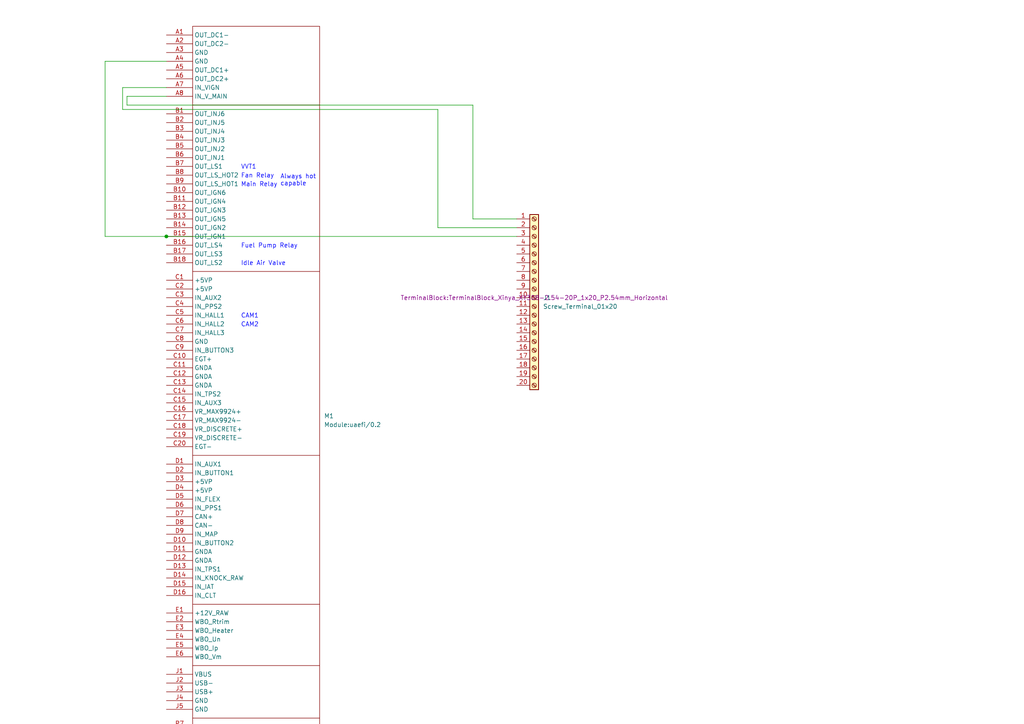
<source format=kicad_sch>
(kicad_sch
	(version 20250114)
	(generator "eeschema")
	(generator_version "9.0")
	(uuid "7ee6042d-6104-478a-998f-600dea895646")
	(paper "A4")
	(lib_symbols
		(symbol "Connector:Screw_Terminal_01x20"
			(pin_names
				(offset 1.016)
				(hide yes)
			)
			(exclude_from_sim no)
			(in_bom yes)
			(on_board yes)
			(property "Reference" "J"
				(at 0 25.4 0)
				(effects
					(font
						(size 1.27 1.27)
					)
				)
			)
			(property "Value" "Screw_Terminal_01x20"
				(at 0 -27.94 0)
				(effects
					(font
						(size 1.27 1.27)
					)
				)
			)
			(property "Footprint" ""
				(at 0 0 0)
				(effects
					(font
						(size 1.27 1.27)
					)
					(hide yes)
				)
			)
			(property "Datasheet" "~"
				(at 0 0 0)
				(effects
					(font
						(size 1.27 1.27)
					)
					(hide yes)
				)
			)
			(property "Description" "Generic screw terminal, single row, 01x20, script generated (kicad-library-utils/schlib/autogen/connector/)"
				(at 0 0 0)
				(effects
					(font
						(size 1.27 1.27)
					)
					(hide yes)
				)
			)
			(property "ki_keywords" "screw terminal"
				(at 0 0 0)
				(effects
					(font
						(size 1.27 1.27)
					)
					(hide yes)
				)
			)
			(property "ki_fp_filters" "TerminalBlock*:*"
				(at 0 0 0)
				(effects
					(font
						(size 1.27 1.27)
					)
					(hide yes)
				)
			)
			(symbol "Screw_Terminal_01x20_1_1"
				(rectangle
					(start -1.27 24.13)
					(end 1.27 -26.67)
					(stroke
						(width 0.254)
						(type default)
					)
					(fill
						(type background)
					)
				)
				(polyline
					(pts
						(xy -0.5334 23.1902) (xy 0.3302 22.352)
					)
					(stroke
						(width 0.1524)
						(type default)
					)
					(fill
						(type none)
					)
				)
				(polyline
					(pts
						(xy -0.5334 20.6502) (xy 0.3302 19.812)
					)
					(stroke
						(width 0.1524)
						(type default)
					)
					(fill
						(type none)
					)
				)
				(polyline
					(pts
						(xy -0.5334 18.1102) (xy 0.3302 17.272)
					)
					(stroke
						(width 0.1524)
						(type default)
					)
					(fill
						(type none)
					)
				)
				(polyline
					(pts
						(xy -0.5334 15.5702) (xy 0.3302 14.732)
					)
					(stroke
						(width 0.1524)
						(type default)
					)
					(fill
						(type none)
					)
				)
				(polyline
					(pts
						(xy -0.5334 13.0302) (xy 0.3302 12.192)
					)
					(stroke
						(width 0.1524)
						(type default)
					)
					(fill
						(type none)
					)
				)
				(polyline
					(pts
						(xy -0.5334 10.4902) (xy 0.3302 9.652)
					)
					(stroke
						(width 0.1524)
						(type default)
					)
					(fill
						(type none)
					)
				)
				(polyline
					(pts
						(xy -0.5334 7.9502) (xy 0.3302 7.112)
					)
					(stroke
						(width 0.1524)
						(type default)
					)
					(fill
						(type none)
					)
				)
				(polyline
					(pts
						(xy -0.5334 5.4102) (xy 0.3302 4.572)
					)
					(stroke
						(width 0.1524)
						(type default)
					)
					(fill
						(type none)
					)
				)
				(polyline
					(pts
						(xy -0.5334 2.8702) (xy 0.3302 2.032)
					)
					(stroke
						(width 0.1524)
						(type default)
					)
					(fill
						(type none)
					)
				)
				(polyline
					(pts
						(xy -0.5334 0.3302) (xy 0.3302 -0.508)
					)
					(stroke
						(width 0.1524)
						(type default)
					)
					(fill
						(type none)
					)
				)
				(polyline
					(pts
						(xy -0.5334 -2.2098) (xy 0.3302 -3.048)
					)
					(stroke
						(width 0.1524)
						(type default)
					)
					(fill
						(type none)
					)
				)
				(polyline
					(pts
						(xy -0.5334 -4.7498) (xy 0.3302 -5.588)
					)
					(stroke
						(width 0.1524)
						(type default)
					)
					(fill
						(type none)
					)
				)
				(polyline
					(pts
						(xy -0.5334 -7.2898) (xy 0.3302 -8.128)
					)
					(stroke
						(width 0.1524)
						(type default)
					)
					(fill
						(type none)
					)
				)
				(polyline
					(pts
						(xy -0.5334 -9.8298) (xy 0.3302 -10.668)
					)
					(stroke
						(width 0.1524)
						(type default)
					)
					(fill
						(type none)
					)
				)
				(polyline
					(pts
						(xy -0.5334 -12.3698) (xy 0.3302 -13.208)
					)
					(stroke
						(width 0.1524)
						(type default)
					)
					(fill
						(type none)
					)
				)
				(polyline
					(pts
						(xy -0.5334 -14.9098) (xy 0.3302 -15.748)
					)
					(stroke
						(width 0.1524)
						(type default)
					)
					(fill
						(type none)
					)
				)
				(polyline
					(pts
						(xy -0.5334 -17.4498) (xy 0.3302 -18.288)
					)
					(stroke
						(width 0.1524)
						(type default)
					)
					(fill
						(type none)
					)
				)
				(polyline
					(pts
						(xy -0.5334 -19.9898) (xy 0.3302 -20.828)
					)
					(stroke
						(width 0.1524)
						(type default)
					)
					(fill
						(type none)
					)
				)
				(polyline
					(pts
						(xy -0.5334 -22.5298) (xy 0.3302 -23.368)
					)
					(stroke
						(width 0.1524)
						(type default)
					)
					(fill
						(type none)
					)
				)
				(polyline
					(pts
						(xy -0.5334 -25.0698) (xy 0.3302 -25.908)
					)
					(stroke
						(width 0.1524)
						(type default)
					)
					(fill
						(type none)
					)
				)
				(polyline
					(pts
						(xy -0.3556 23.368) (xy 0.508 22.5298)
					)
					(stroke
						(width 0.1524)
						(type default)
					)
					(fill
						(type none)
					)
				)
				(polyline
					(pts
						(xy -0.3556 20.828) (xy 0.508 19.9898)
					)
					(stroke
						(width 0.1524)
						(type default)
					)
					(fill
						(type none)
					)
				)
				(polyline
					(pts
						(xy -0.3556 18.288) (xy 0.508 17.4498)
					)
					(stroke
						(width 0.1524)
						(type default)
					)
					(fill
						(type none)
					)
				)
				(polyline
					(pts
						(xy -0.3556 15.748) (xy 0.508 14.9098)
					)
					(stroke
						(width 0.1524)
						(type default)
					)
					(fill
						(type none)
					)
				)
				(polyline
					(pts
						(xy -0.3556 13.208) (xy 0.508 12.3698)
					)
					(stroke
						(width 0.1524)
						(type default)
					)
					(fill
						(type none)
					)
				)
				(polyline
					(pts
						(xy -0.3556 10.668) (xy 0.508 9.8298)
					)
					(stroke
						(width 0.1524)
						(type default)
					)
					(fill
						(type none)
					)
				)
				(polyline
					(pts
						(xy -0.3556 8.128) (xy 0.508 7.2898)
					)
					(stroke
						(width 0.1524)
						(type default)
					)
					(fill
						(type none)
					)
				)
				(polyline
					(pts
						(xy -0.3556 5.588) (xy 0.508 4.7498)
					)
					(stroke
						(width 0.1524)
						(type default)
					)
					(fill
						(type none)
					)
				)
				(polyline
					(pts
						(xy -0.3556 3.048) (xy 0.508 2.2098)
					)
					(stroke
						(width 0.1524)
						(type default)
					)
					(fill
						(type none)
					)
				)
				(polyline
					(pts
						(xy -0.3556 0.508) (xy 0.508 -0.3302)
					)
					(stroke
						(width 0.1524)
						(type default)
					)
					(fill
						(type none)
					)
				)
				(polyline
					(pts
						(xy -0.3556 -2.032) (xy 0.508 -2.8702)
					)
					(stroke
						(width 0.1524)
						(type default)
					)
					(fill
						(type none)
					)
				)
				(polyline
					(pts
						(xy -0.3556 -4.572) (xy 0.508 -5.4102)
					)
					(stroke
						(width 0.1524)
						(type default)
					)
					(fill
						(type none)
					)
				)
				(polyline
					(pts
						(xy -0.3556 -7.112) (xy 0.508 -7.9502)
					)
					(stroke
						(width 0.1524)
						(type default)
					)
					(fill
						(type none)
					)
				)
				(polyline
					(pts
						(xy -0.3556 -9.652) (xy 0.508 -10.4902)
					)
					(stroke
						(width 0.1524)
						(type default)
					)
					(fill
						(type none)
					)
				)
				(polyline
					(pts
						(xy -0.3556 -12.192) (xy 0.508 -13.0302)
					)
					(stroke
						(width 0.1524)
						(type default)
					)
					(fill
						(type none)
					)
				)
				(polyline
					(pts
						(xy -0.3556 -14.732) (xy 0.508 -15.5702)
					)
					(stroke
						(width 0.1524)
						(type default)
					)
					(fill
						(type none)
					)
				)
				(polyline
					(pts
						(xy -0.3556 -17.272) (xy 0.508 -18.1102)
					)
					(stroke
						(width 0.1524)
						(type default)
					)
					(fill
						(type none)
					)
				)
				(polyline
					(pts
						(xy -0.3556 -19.812) (xy 0.508 -20.6502)
					)
					(stroke
						(width 0.1524)
						(type default)
					)
					(fill
						(type none)
					)
				)
				(polyline
					(pts
						(xy -0.3556 -22.352) (xy 0.508 -23.1902)
					)
					(stroke
						(width 0.1524)
						(type default)
					)
					(fill
						(type none)
					)
				)
				(polyline
					(pts
						(xy -0.3556 -24.892) (xy 0.508 -25.7302)
					)
					(stroke
						(width 0.1524)
						(type default)
					)
					(fill
						(type none)
					)
				)
				(circle
					(center 0 22.86)
					(radius 0.635)
					(stroke
						(width 0.1524)
						(type default)
					)
					(fill
						(type none)
					)
				)
				(circle
					(center 0 20.32)
					(radius 0.635)
					(stroke
						(width 0.1524)
						(type default)
					)
					(fill
						(type none)
					)
				)
				(circle
					(center 0 17.78)
					(radius 0.635)
					(stroke
						(width 0.1524)
						(type default)
					)
					(fill
						(type none)
					)
				)
				(circle
					(center 0 15.24)
					(radius 0.635)
					(stroke
						(width 0.1524)
						(type default)
					)
					(fill
						(type none)
					)
				)
				(circle
					(center 0 12.7)
					(radius 0.635)
					(stroke
						(width 0.1524)
						(type default)
					)
					(fill
						(type none)
					)
				)
				(circle
					(center 0 10.16)
					(radius 0.635)
					(stroke
						(width 0.1524)
						(type default)
					)
					(fill
						(type none)
					)
				)
				(circle
					(center 0 7.62)
					(radius 0.635)
					(stroke
						(width 0.1524)
						(type default)
					)
					(fill
						(type none)
					)
				)
				(circle
					(center 0 5.08)
					(radius 0.635)
					(stroke
						(width 0.1524)
						(type default)
					)
					(fill
						(type none)
					)
				)
				(circle
					(center 0 2.54)
					(radius 0.635)
					(stroke
						(width 0.1524)
						(type default)
					)
					(fill
						(type none)
					)
				)
				(circle
					(center 0 0)
					(radius 0.635)
					(stroke
						(width 0.1524)
						(type default)
					)
					(fill
						(type none)
					)
				)
				(circle
					(center 0 -2.54)
					(radius 0.635)
					(stroke
						(width 0.1524)
						(type default)
					)
					(fill
						(type none)
					)
				)
				(circle
					(center 0 -5.08)
					(radius 0.635)
					(stroke
						(width 0.1524)
						(type default)
					)
					(fill
						(type none)
					)
				)
				(circle
					(center 0 -7.62)
					(radius 0.635)
					(stroke
						(width 0.1524)
						(type default)
					)
					(fill
						(type none)
					)
				)
				(circle
					(center 0 -10.16)
					(radius 0.635)
					(stroke
						(width 0.1524)
						(type default)
					)
					(fill
						(type none)
					)
				)
				(circle
					(center 0 -12.7)
					(radius 0.635)
					(stroke
						(width 0.1524)
						(type default)
					)
					(fill
						(type none)
					)
				)
				(circle
					(center 0 -15.24)
					(radius 0.635)
					(stroke
						(width 0.1524)
						(type default)
					)
					(fill
						(type none)
					)
				)
				(circle
					(center 0 -17.78)
					(radius 0.635)
					(stroke
						(width 0.1524)
						(type default)
					)
					(fill
						(type none)
					)
				)
				(circle
					(center 0 -20.32)
					(radius 0.635)
					(stroke
						(width 0.1524)
						(type default)
					)
					(fill
						(type none)
					)
				)
				(circle
					(center 0 -22.86)
					(radius 0.635)
					(stroke
						(width 0.1524)
						(type default)
					)
					(fill
						(type none)
					)
				)
				(circle
					(center 0 -25.4)
					(radius 0.635)
					(stroke
						(width 0.1524)
						(type default)
					)
					(fill
						(type none)
					)
				)
				(pin passive line
					(at -5.08 22.86 0)
					(length 3.81)
					(name "Pin_1"
						(effects
							(font
								(size 1.27 1.27)
							)
						)
					)
					(number "1"
						(effects
							(font
								(size 1.27 1.27)
							)
						)
					)
				)
				(pin passive line
					(at -5.08 20.32 0)
					(length 3.81)
					(name "Pin_2"
						(effects
							(font
								(size 1.27 1.27)
							)
						)
					)
					(number "2"
						(effects
							(font
								(size 1.27 1.27)
							)
						)
					)
				)
				(pin passive line
					(at -5.08 17.78 0)
					(length 3.81)
					(name "Pin_3"
						(effects
							(font
								(size 1.27 1.27)
							)
						)
					)
					(number "3"
						(effects
							(font
								(size 1.27 1.27)
							)
						)
					)
				)
				(pin passive line
					(at -5.08 15.24 0)
					(length 3.81)
					(name "Pin_4"
						(effects
							(font
								(size 1.27 1.27)
							)
						)
					)
					(number "4"
						(effects
							(font
								(size 1.27 1.27)
							)
						)
					)
				)
				(pin passive line
					(at -5.08 12.7 0)
					(length 3.81)
					(name "Pin_5"
						(effects
							(font
								(size 1.27 1.27)
							)
						)
					)
					(number "5"
						(effects
							(font
								(size 1.27 1.27)
							)
						)
					)
				)
				(pin passive line
					(at -5.08 10.16 0)
					(length 3.81)
					(name "Pin_6"
						(effects
							(font
								(size 1.27 1.27)
							)
						)
					)
					(number "6"
						(effects
							(font
								(size 1.27 1.27)
							)
						)
					)
				)
				(pin passive line
					(at -5.08 7.62 0)
					(length 3.81)
					(name "Pin_7"
						(effects
							(font
								(size 1.27 1.27)
							)
						)
					)
					(number "7"
						(effects
							(font
								(size 1.27 1.27)
							)
						)
					)
				)
				(pin passive line
					(at -5.08 5.08 0)
					(length 3.81)
					(name "Pin_8"
						(effects
							(font
								(size 1.27 1.27)
							)
						)
					)
					(number "8"
						(effects
							(font
								(size 1.27 1.27)
							)
						)
					)
				)
				(pin passive line
					(at -5.08 2.54 0)
					(length 3.81)
					(name "Pin_9"
						(effects
							(font
								(size 1.27 1.27)
							)
						)
					)
					(number "9"
						(effects
							(font
								(size 1.27 1.27)
							)
						)
					)
				)
				(pin passive line
					(at -5.08 0 0)
					(length 3.81)
					(name "Pin_10"
						(effects
							(font
								(size 1.27 1.27)
							)
						)
					)
					(number "10"
						(effects
							(font
								(size 1.27 1.27)
							)
						)
					)
				)
				(pin passive line
					(at -5.08 -2.54 0)
					(length 3.81)
					(name "Pin_11"
						(effects
							(font
								(size 1.27 1.27)
							)
						)
					)
					(number "11"
						(effects
							(font
								(size 1.27 1.27)
							)
						)
					)
				)
				(pin passive line
					(at -5.08 -5.08 0)
					(length 3.81)
					(name "Pin_12"
						(effects
							(font
								(size 1.27 1.27)
							)
						)
					)
					(number "12"
						(effects
							(font
								(size 1.27 1.27)
							)
						)
					)
				)
				(pin passive line
					(at -5.08 -7.62 0)
					(length 3.81)
					(name "Pin_13"
						(effects
							(font
								(size 1.27 1.27)
							)
						)
					)
					(number "13"
						(effects
							(font
								(size 1.27 1.27)
							)
						)
					)
				)
				(pin passive line
					(at -5.08 -10.16 0)
					(length 3.81)
					(name "Pin_14"
						(effects
							(font
								(size 1.27 1.27)
							)
						)
					)
					(number "14"
						(effects
							(font
								(size 1.27 1.27)
							)
						)
					)
				)
				(pin passive line
					(at -5.08 -12.7 0)
					(length 3.81)
					(name "Pin_15"
						(effects
							(font
								(size 1.27 1.27)
							)
						)
					)
					(number "15"
						(effects
							(font
								(size 1.27 1.27)
							)
						)
					)
				)
				(pin passive line
					(at -5.08 -15.24 0)
					(length 3.81)
					(name "Pin_16"
						(effects
							(font
								(size 1.27 1.27)
							)
						)
					)
					(number "16"
						(effects
							(font
								(size 1.27 1.27)
							)
						)
					)
				)
				(pin passive line
					(at -5.08 -17.78 0)
					(length 3.81)
					(name "Pin_17"
						(effects
							(font
								(size 1.27 1.27)
							)
						)
					)
					(number "17"
						(effects
							(font
								(size 1.27 1.27)
							)
						)
					)
				)
				(pin passive line
					(at -5.08 -20.32 0)
					(length 3.81)
					(name "Pin_18"
						(effects
							(font
								(size 1.27 1.27)
							)
						)
					)
					(number "18"
						(effects
							(font
								(size 1.27 1.27)
							)
						)
					)
				)
				(pin passive line
					(at -5.08 -22.86 0)
					(length 3.81)
					(name "Pin_19"
						(effects
							(font
								(size 1.27 1.27)
							)
						)
					)
					(number "19"
						(effects
							(font
								(size 1.27 1.27)
							)
						)
					)
				)
				(pin passive line
					(at -5.08 -25.4 0)
					(length 3.81)
					(name "Pin_20"
						(effects
							(font
								(size 1.27 1.27)
							)
						)
					)
					(number "20"
						(effects
							(font
								(size 1.27 1.27)
							)
						)
					)
				)
			)
			(embedded_fonts no)
		)
		(symbol "uaefi:Module-uaefi-0.2"
			(exclude_from_sim no)
			(in_bom yes)
			(on_board yes)
			(property "Reference" "M"
				(at 10.16 5.08 0)
				(effects
					(font
						(size 1.27 1.27)
					)
				)
			)
			(property "Value" "Module:uaefi/0.2"
				(at 16.51 -227.33 0)
				(effects
					(font
						(size 1.27 1.27)
					)
				)
			)
			(property "Footprint" "hellen-one-uaefi-0.2:uaefi"
				(at 21.59 -227.33 0)
				(effects
					(font
						(size 1.27 1.27)
					)
					(hide yes)
				)
			)
			(property "Datasheet" ""
				(at 0 0 0)
				(effects
					(font
						(size 1.27 1.27)
					)
					(hide yes)
				)
			)
			(property "Description" ""
				(at 0 0 0)
				(effects
					(font
						(size 1.27 1.27)
					)
					(hide yes)
				)
			)
			(symbol "Module-uaefi-0.2_0_1"
				(rectangle
					(start 7.62 2.54)
					(end 44.45 -226.06)
					(stroke
						(width 0)
						(type default)
					)
					(fill
						(type none)
					)
				)
				(polyline
					(pts
						(xy 7.62 -20.32) (xy 44.45 -20.32)
					)
					(stroke
						(width 0)
						(type default)
					)
					(fill
						(type none)
					)
				)
				(polyline
					(pts
						(xy 7.62 -68.58) (xy 44.45 -68.58)
					)
					(stroke
						(width 0)
						(type default)
					)
					(fill
						(type none)
					)
				)
				(polyline
					(pts
						(xy 7.62 -121.92) (xy 44.45 -121.92)
					)
					(stroke
						(width 0)
						(type default)
					)
					(fill
						(type none)
					)
				)
				(polyline
					(pts
						(xy 7.62 -165.1) (xy 44.45 -165.1)
					)
					(stroke
						(width 0)
						(type default)
					)
					(fill
						(type none)
					)
				)
				(polyline
					(pts
						(xy 7.62 -182.88) (xy 44.45 -182.88)
					)
					(stroke
						(width 0)
						(type default)
					)
					(fill
						(type none)
					)
				)
				(polyline
					(pts
						(xy 7.62 -198.12) (xy 44.45 -198.12)
					)
					(stroke
						(width 0)
						(type default)
					)
					(fill
						(type none)
					)
				)
				(polyline
					(pts
						(xy 7.62 -205.74) (xy 44.45 -205.74)
					)
					(stroke
						(width 0)
						(type default)
					)
					(fill
						(type none)
					)
				)
				(polyline
					(pts
						(xy 7.62 -213.36) (xy 44.45 -213.36)
					)
					(stroke
						(width 0)
						(type default)
					)
					(fill
						(type none)
					)
				)
			)
			(symbol "Module-uaefi-0.2_1_0"
				(pin passive line
					(at 0 -106.68 0)
					(length 7.62)
					(name "IN_AUX3"
						(effects
							(font
								(size 1.27 1.27)
							)
						)
					)
					(number "C15"
						(effects
							(font
								(size 1.27 1.27)
							)
						)
					)
				)
				(pin passive line
					(at 0 -109.22 0)
					(length 7.62)
					(name "VR_MAX9924+"
						(effects
							(font
								(size 1.27 1.27)
							)
						)
					)
					(number "C16"
						(effects
							(font
								(size 1.27 1.27)
							)
						)
					)
				)
				(pin passive line
					(at 0 -111.76 0)
					(length 7.62)
					(name "VR_MAX9924-"
						(effects
							(font
								(size 1.27 1.27)
							)
						)
					)
					(number "C17"
						(effects
							(font
								(size 1.27 1.27)
							)
						)
					)
				)
				(pin passive line
					(at 0 -114.3 0)
					(length 7.62)
					(name "VR_DISCRETE+"
						(effects
							(font
								(size 1.27 1.27)
							)
						)
					)
					(number "C18"
						(effects
							(font
								(size 1.27 1.27)
							)
						)
					)
				)
				(pin passive line
					(at 0 -116.84 0)
					(length 7.62)
					(name "VR_DISCRETE-"
						(effects
							(font
								(size 1.27 1.27)
							)
						)
					)
					(number "C19"
						(effects
							(font
								(size 1.27 1.27)
							)
						)
					)
				)
				(pin passive line
					(at 0 -119.38 0)
					(length 7.62)
					(name "EGT-"
						(effects
							(font
								(size 1.27 1.27)
							)
						)
					)
					(number "C20"
						(effects
							(font
								(size 1.27 1.27)
							)
						)
					)
				)
				(pin passive line
					(at 0 -124.46 0)
					(length 7.62)
					(name "IN_AUX1"
						(effects
							(font
								(size 1.27 1.27)
							)
						)
					)
					(number "D1"
						(effects
							(font
								(size 1.27 1.27)
							)
						)
					)
				)
				(pin passive line
					(at 0 -127 0)
					(length 7.62)
					(name "IN_BUTTON1"
						(effects
							(font
								(size 1.27 1.27)
							)
						)
					)
					(number "D2"
						(effects
							(font
								(size 1.27 1.27)
							)
						)
					)
				)
				(pin passive line
					(at 0 -129.54 0)
					(length 7.62)
					(name "+5VP"
						(effects
							(font
								(size 1.27 1.27)
							)
						)
					)
					(number "D3"
						(effects
							(font
								(size 1.27 1.27)
							)
						)
					)
				)
				(pin passive line
					(at 0 -132.08 0)
					(length 7.62)
					(name "+5VP"
						(effects
							(font
								(size 1.27 1.27)
							)
						)
					)
					(number "D4"
						(effects
							(font
								(size 1.27 1.27)
							)
						)
					)
				)
				(pin passive line
					(at 0 -134.62 0)
					(length 7.62)
					(name "IN_FLEX"
						(effects
							(font
								(size 1.27 1.27)
							)
						)
					)
					(number "D5"
						(effects
							(font
								(size 1.27 1.27)
							)
						)
					)
				)
				(pin passive line
					(at 0 -137.16 0)
					(length 7.62)
					(name "IN_PPS1"
						(effects
							(font
								(size 1.27 1.27)
							)
						)
					)
					(number "D6"
						(effects
							(font
								(size 1.27 1.27)
							)
						)
					)
				)
				(pin passive line
					(at 0 -139.7 0)
					(length 7.62)
					(name "CAN+"
						(effects
							(font
								(size 1.27 1.27)
							)
						)
					)
					(number "D7"
						(effects
							(font
								(size 1.27 1.27)
							)
						)
					)
				)
				(pin passive line
					(at 0 -142.24 0)
					(length 7.62)
					(name "CAN-"
						(effects
							(font
								(size 1.27 1.27)
							)
						)
					)
					(number "D8"
						(effects
							(font
								(size 1.27 1.27)
							)
						)
					)
				)
				(pin passive line
					(at 0 -144.78 0)
					(length 7.62)
					(name "IN_MAP"
						(effects
							(font
								(size 1.27 1.27)
							)
						)
					)
					(number "D9"
						(effects
							(font
								(size 1.27 1.27)
							)
						)
					)
				)
				(pin passive line
					(at 0 -147.32 0)
					(length 7.62)
					(name "IN_BUTTON2"
						(effects
							(font
								(size 1.27 1.27)
							)
						)
					)
					(number "D10"
						(effects
							(font
								(size 1.27 1.27)
							)
						)
					)
				)
				(pin passive line
					(at 0 -149.86 0)
					(length 7.62)
					(name "GNDA"
						(effects
							(font
								(size 1.27 1.27)
							)
						)
					)
					(number "D11"
						(effects
							(font
								(size 1.27 1.27)
							)
						)
					)
				)
				(pin passive line
					(at 0 -152.4 0)
					(length 7.62)
					(name "GNDA"
						(effects
							(font
								(size 1.27 1.27)
							)
						)
					)
					(number "D12"
						(effects
							(font
								(size 1.27 1.27)
							)
						)
					)
				)
				(pin passive line
					(at 0 -154.94 0)
					(length 7.62)
					(name "IN_TPS1"
						(effects
							(font
								(size 1.27 1.27)
							)
						)
					)
					(number "D13"
						(effects
							(font
								(size 1.27 1.27)
							)
						)
					)
				)
				(pin passive line
					(at 0 -157.48 0)
					(length 7.62)
					(name "IN_KNOCK_RAW"
						(effects
							(font
								(size 1.27 1.27)
							)
						)
					)
					(number "D14"
						(effects
							(font
								(size 1.27 1.27)
							)
						)
					)
				)
				(pin passive line
					(at 0 -160.02 0)
					(length 7.62)
					(name "IN_IAT"
						(effects
							(font
								(size 1.27 1.27)
							)
						)
					)
					(number "D15"
						(effects
							(font
								(size 1.27 1.27)
							)
						)
					)
				)
				(pin passive line
					(at 0 -162.56 0)
					(length 7.62)
					(name "IN_CLT"
						(effects
							(font
								(size 1.27 1.27)
							)
						)
					)
					(number "D16"
						(effects
							(font
								(size 1.27 1.27)
							)
						)
					)
				)
				(pin passive line
					(at 0 -167.64 0)
					(length 7.62)
					(name "+12V_RAW"
						(effects
							(font
								(size 1.27 1.27)
							)
						)
					)
					(number "E1"
						(effects
							(font
								(size 1.27 1.27)
							)
						)
					)
				)
				(pin passive line
					(at 0 -170.18 0)
					(length 7.62)
					(name "WBO_Rtrim"
						(effects
							(font
								(size 1.27 1.27)
							)
						)
					)
					(number "E2"
						(effects
							(font
								(size 1.27 1.27)
							)
						)
					)
				)
				(pin passive line
					(at 0 -172.72 0)
					(length 7.62)
					(name "WBO_Heater"
						(effects
							(font
								(size 1.27 1.27)
							)
						)
					)
					(number "E3"
						(effects
							(font
								(size 1.27 1.27)
							)
						)
					)
				)
				(pin passive line
					(at 0 -175.26 0)
					(length 7.62)
					(name "WBO_Un"
						(effects
							(font
								(size 1.27 1.27)
							)
						)
					)
					(number "E4"
						(effects
							(font
								(size 1.27 1.27)
							)
						)
					)
				)
				(pin passive line
					(at 0 -177.8 0)
					(length 7.62)
					(name "WBO_Ip"
						(effects
							(font
								(size 1.27 1.27)
							)
						)
					)
					(number "E5"
						(effects
							(font
								(size 1.27 1.27)
							)
						)
					)
				)
				(pin passive line
					(at 0 -180.34 0)
					(length 7.62)
					(name "WBO_Vm"
						(effects
							(font
								(size 1.27 1.27)
							)
						)
					)
					(number "E6"
						(effects
							(font
								(size 1.27 1.27)
							)
						)
					)
				)
				(pin passive line
					(at 0 -185.42 0)
					(length 7.62)
					(name "VBUS"
						(effects
							(font
								(size 1.27 1.27)
							)
						)
					)
					(number "J1"
						(effects
							(font
								(size 1.27 1.27)
							)
						)
					)
				)
				(pin passive line
					(at 0 -187.96 0)
					(length 7.62)
					(name "USB-"
						(effects
							(font
								(size 1.27 1.27)
							)
						)
					)
					(number "J2"
						(effects
							(font
								(size 1.27 1.27)
							)
						)
					)
				)
				(pin passive line
					(at 0 -190.5 0)
					(length 7.62)
					(name "USB+"
						(effects
							(font
								(size 1.27 1.27)
							)
						)
					)
					(number "J3"
						(effects
							(font
								(size 1.27 1.27)
							)
						)
					)
				)
				(pin passive line
					(at 0 -193.04 0)
					(length 7.62)
					(name "GND"
						(effects
							(font
								(size 1.27 1.27)
							)
						)
					)
					(number "J4"
						(effects
							(font
								(size 1.27 1.27)
							)
						)
					)
				)
				(pin passive line
					(at 0 -195.58 0)
					(length 7.62)
					(name "GND"
						(effects
							(font
								(size 1.27 1.27)
							)
						)
					)
					(number "J5"
						(effects
							(font
								(size 1.27 1.27)
							)
						)
					)
				)
				(pin passive line
					(at 0 -200.66 0)
					(length 7.62)
					(name "Rx"
						(effects
							(font
								(size 1.27 1.27)
							)
						)
					)
					(number "P7"
						(effects
							(font
								(size 1.27 1.27)
							)
						)
					)
				)
				(pin passive line
					(at 0 -203.2 0)
					(length 7.62)
					(name "Tx"
						(effects
							(font
								(size 1.27 1.27)
							)
						)
					)
					(number "P8"
						(effects
							(font
								(size 1.27 1.27)
							)
						)
					)
				)
				(pin passive line
					(at 0 -208.28 0)
					(length 7.62)
					(name "LED_YELLOW"
						(effects
							(font
								(size 1.27 1.27)
							)
						)
					)
					(number "P3"
						(effects
							(font
								(size 1.27 1.27)
							)
						)
					)
				)
				(pin passive line
					(at 0 -210.82 0)
					(length 7.62)
					(name "LED_GREEN"
						(effects
							(font
								(size 1.27 1.27)
							)
						)
					)
					(number "P4"
						(effects
							(font
								(size 1.27 1.27)
							)
						)
					)
				)
				(pin passive line
					(at 0 -215.9 0)
					(length 7.62)
					(name "DC1_DIR"
						(effects
							(font
								(size 1.27 1.27)
							)
						)
					)
					(number "P15"
						(effects
							(font
								(size 1.27 1.27)
							)
						)
					)
				)
				(pin passive line
					(at 0 -218.44 0)
					(length 7.62)
					(name "DC1_PWM"
						(effects
							(font
								(size 1.27 1.27)
							)
						)
					)
					(number "P17"
						(effects
							(font
								(size 1.27 1.27)
							)
						)
					)
				)
				(pin passive line
					(at 0 -220.98 0)
					(length 7.62)
					(name "DC2_DIR"
						(effects
							(font
								(size 1.27 1.27)
							)
						)
					)
					(number "P16"
						(effects
							(font
								(size 1.27 1.27)
							)
						)
					)
				)
				(pin passive line
					(at 0 -223.52 0)
					(length 7.62)
					(name "DC2_PWM"
						(effects
							(font
								(size 1.27 1.27)
							)
						)
					)
					(number "P18"
						(effects
							(font
								(size 1.27 1.27)
							)
						)
					)
				)
			)
			(symbol "Module-uaefi-0.2_1_1"
				(text "VVT1"
					(at 21.59 -38.1 0)
					(effects
						(font
							(size 1.27 1.27)
							(color 13 14 255 1)
						)
						(justify left)
					)
				)
				(text "Fan Relay"
					(at 21.59 -40.64 0)
					(effects
						(font
							(size 1.27 1.27)
							(color 13 14 255 1)
						)
						(justify left)
					)
				)
				(text "Main Relay"
					(at 21.59 -43.18 0)
					(effects
						(font
							(size 1.27 1.27)
							(color 13 14 255 1)
						)
						(justify left)
					)
				)
				(text "Fuel Pump Relay"
					(at 21.59 -60.96 0)
					(effects
						(font
							(size 1.27 1.27)
							(color 13 14 255 1)
						)
						(justify left)
					)
				)
				(text "Idle Air Valve"
					(at 21.59 -66.04 0)
					(effects
						(font
							(size 1.27 1.27)
							(color 13 14 255 1)
						)
						(justify left)
					)
				)
				(text "CAM1"
					(at 21.59 -81.28 0)
					(effects
						(font
							(size 1.27 1.27)
							(color 13 14 255 1)
						)
						(justify left)
					)
				)
				(text "CAM2"
					(at 21.59 -83.82 0)
					(effects
						(font
							(size 1.27 1.27)
							(color 13 14 255 1)
						)
						(justify left)
					)
				)
				(text "Always hot\ncapable"
					(at 33.02 -41.91 0)
					(effects
						(font
							(size 1.27 1.27)
							(color 13 14 255 1)
						)
						(justify left)
					)
				)
				(pin passive line
					(at 0 0 0)
					(length 7.62)
					(name "OUT_DC1-"
						(effects
							(font
								(size 1.27 1.27)
							)
						)
					)
					(number "A1"
						(effects
							(font
								(size 1.27 1.27)
							)
						)
					)
				)
				(pin passive line
					(at 0 -2.54 0)
					(length 7.62)
					(name "OUT_DC2-"
						(effects
							(font
								(size 1.27 1.27)
							)
						)
					)
					(number "A2"
						(effects
							(font
								(size 1.27 1.27)
							)
						)
					)
				)
				(pin passive line
					(at 0 -5.08 0)
					(length 7.62)
					(name "GND"
						(effects
							(font
								(size 1.27 1.27)
							)
						)
					)
					(number "A3"
						(effects
							(font
								(size 1.27 1.27)
							)
						)
					)
				)
				(pin passive line
					(at 0 -7.62 0)
					(length 7.62)
					(name "GND"
						(effects
							(font
								(size 1.27 1.27)
							)
						)
					)
					(number "A4"
						(effects
							(font
								(size 1.27 1.27)
							)
						)
					)
				)
				(pin passive line
					(at 0 -10.16 0)
					(length 7.62)
					(name "OUT_DC1+"
						(effects
							(font
								(size 1.27 1.27)
							)
						)
					)
					(number "A5"
						(effects
							(font
								(size 1.27 1.27)
							)
						)
					)
				)
				(pin passive line
					(at 0 -12.7 0)
					(length 7.62)
					(name "OUT_DC2+"
						(effects
							(font
								(size 1.27 1.27)
							)
						)
					)
					(number "A6"
						(effects
							(font
								(size 1.27 1.27)
							)
						)
					)
				)
				(pin passive line
					(at 0 -15.24 0)
					(length 7.62)
					(name "IN_VIGN"
						(effects
							(font
								(size 1.27 1.27)
							)
						)
					)
					(number "A7"
						(effects
							(font
								(size 1.27 1.27)
							)
						)
					)
				)
				(pin passive line
					(at 0 -17.78 0)
					(length 7.62)
					(name "IN_V_MAIN"
						(effects
							(font
								(size 1.27 1.27)
							)
						)
					)
					(number "A8"
						(effects
							(font
								(size 1.27 1.27)
							)
						)
					)
				)
				(pin passive line
					(at 0 -22.86 0)
					(length 7.62)
					(name "OUT_INJ6"
						(effects
							(font
								(size 1.27 1.27)
							)
						)
					)
					(number "B1"
						(effects
							(font
								(size 1.27 1.27)
							)
						)
					)
				)
				(pin passive line
					(at 0 -25.4 0)
					(length 7.62)
					(name "OUT_INJ5"
						(effects
							(font
								(size 1.27 1.27)
							)
						)
					)
					(number "B2"
						(effects
							(font
								(size 1.27 1.27)
							)
						)
					)
				)
				(pin passive line
					(at 0 -27.94 0)
					(length 7.62)
					(name "OUT_INJ4"
						(effects
							(font
								(size 1.27 1.27)
							)
						)
					)
					(number "B3"
						(effects
							(font
								(size 1.27 1.27)
							)
						)
					)
				)
				(pin passive line
					(at 0 -30.48 0)
					(length 7.62)
					(name "OUT_INJ3"
						(effects
							(font
								(size 1.27 1.27)
							)
						)
					)
					(number "B4"
						(effects
							(font
								(size 1.27 1.27)
							)
						)
					)
				)
				(pin passive line
					(at 0 -33.02 0)
					(length 7.62)
					(name "OUT_INJ2"
						(effects
							(font
								(size 1.27 1.27)
							)
						)
					)
					(number "B5"
						(effects
							(font
								(size 1.27 1.27)
							)
						)
					)
				)
				(pin passive line
					(at 0 -35.56 0)
					(length 7.62)
					(name "OUT_INJ1"
						(effects
							(font
								(size 1.27 1.27)
							)
						)
					)
					(number "B6"
						(effects
							(font
								(size 1.27 1.27)
							)
						)
					)
				)
				(pin passive line
					(at 0 -38.1 0)
					(length 7.62)
					(name "OUT_LS1"
						(effects
							(font
								(size 1.27 1.27)
							)
						)
					)
					(number "B7"
						(effects
							(font
								(size 1.27 1.27)
							)
						)
					)
				)
				(pin passive line
					(at 0 -40.64 0)
					(length 7.62)
					(name "OUT_LS_HOT2"
						(effects
							(font
								(size 1.27 1.27)
							)
						)
					)
					(number "B8"
						(effects
							(font
								(size 1.27 1.27)
							)
						)
					)
				)
				(pin passive line
					(at 0 -43.18 0)
					(length 7.62)
					(name "OUT_LS_HOT1"
						(effects
							(font
								(size 1.27 1.27)
							)
						)
					)
					(number "B9"
						(effects
							(font
								(size 1.27 1.27)
							)
						)
					)
				)
				(pin passive line
					(at 0 -45.72 0)
					(length 7.62)
					(name "OUT_IGN6"
						(effects
							(font
								(size 1.27 1.27)
							)
						)
					)
					(number "B10"
						(effects
							(font
								(size 1.27 1.27)
							)
						)
					)
				)
				(pin passive line
					(at 0 -48.26 0)
					(length 7.62)
					(name "OUT_IGN4"
						(effects
							(font
								(size 1.27 1.27)
							)
						)
					)
					(number "B11"
						(effects
							(font
								(size 1.27 1.27)
							)
						)
					)
				)
				(pin passive line
					(at 0 -50.8 0)
					(length 7.62)
					(name "OUT_IGN3"
						(effects
							(font
								(size 1.27 1.27)
							)
						)
					)
					(number "B12"
						(effects
							(font
								(size 1.27 1.27)
							)
						)
					)
				)
				(pin passive line
					(at 0 -53.34 0)
					(length 7.62)
					(name "OUT_IGN5"
						(effects
							(font
								(size 1.27 1.27)
							)
						)
					)
					(number "B13"
						(effects
							(font
								(size 1.27 1.27)
							)
						)
					)
				)
				(pin passive line
					(at 0 -55.88 0)
					(length 7.62)
					(name "OUT_IGN2"
						(effects
							(font
								(size 1.27 1.27)
							)
						)
					)
					(number "B14"
						(effects
							(font
								(size 1.27 1.27)
							)
						)
					)
				)
				(pin passive line
					(at 0 -58.42 0)
					(length 7.62)
					(name "OUT_IGN1"
						(effects
							(font
								(size 1.27 1.27)
							)
						)
					)
					(number "B15"
						(effects
							(font
								(size 1.27 1.27)
							)
						)
					)
				)
				(pin passive line
					(at 0 -60.96 0)
					(length 7.62)
					(name "OUT_LS4"
						(effects
							(font
								(size 1.27 1.27)
							)
						)
					)
					(number "B16"
						(effects
							(font
								(size 1.27 1.27)
							)
						)
					)
				)
				(pin passive line
					(at 0 -63.5 0)
					(length 7.62)
					(name "OUT_LS3"
						(effects
							(font
								(size 1.27 1.27)
							)
						)
					)
					(number "B17"
						(effects
							(font
								(size 1.27 1.27)
							)
						)
					)
				)
				(pin passive line
					(at 0 -66.04 0)
					(length 7.62)
					(name "OUT_LS2"
						(effects
							(font
								(size 1.27 1.27)
							)
						)
					)
					(number "B18"
						(effects
							(font
								(size 1.27 1.27)
							)
						)
					)
				)
				(pin passive line
					(at 0 -71.12 0)
					(length 7.62)
					(name "+5VP"
						(effects
							(font
								(size 1.27 1.27)
							)
						)
					)
					(number "C1"
						(effects
							(font
								(size 1.27 1.27)
							)
						)
					)
				)
				(pin passive line
					(at 0 -73.66 0)
					(length 7.62)
					(name "+5VP"
						(effects
							(font
								(size 1.27 1.27)
							)
						)
					)
					(number "C2"
						(effects
							(font
								(size 1.27 1.27)
							)
						)
					)
				)
				(pin passive line
					(at 0 -76.2 0)
					(length 7.62)
					(name "IN_AUX2"
						(effects
							(font
								(size 1.27 1.27)
							)
						)
					)
					(number "C3"
						(effects
							(font
								(size 1.27 1.27)
							)
						)
					)
				)
				(pin passive line
					(at 0 -78.74 0)
					(length 7.62)
					(name "IN_PPS2"
						(effects
							(font
								(size 1.27 1.27)
							)
						)
					)
					(number "C4"
						(effects
							(font
								(size 1.27 1.27)
							)
						)
					)
				)
				(pin passive line
					(at 0 -81.28 0)
					(length 7.62)
					(name "IN_HALL1"
						(effects
							(font
								(size 1.27 1.27)
							)
						)
					)
					(number "C5"
						(effects
							(font
								(size 1.27 1.27)
							)
						)
					)
				)
				(pin passive line
					(at 0 -83.82 0)
					(length 7.62)
					(name "IN_HALL2"
						(effects
							(font
								(size 1.27 1.27)
							)
						)
					)
					(number "C6"
						(effects
							(font
								(size 1.27 1.27)
							)
						)
					)
				)
				(pin passive line
					(at 0 -86.36 0)
					(length 7.62)
					(name "IN_HALL3"
						(effects
							(font
								(size 1.27 1.27)
							)
						)
					)
					(number "C7"
						(effects
							(font
								(size 1.27 1.27)
							)
						)
					)
				)
				(pin passive line
					(at 0 -88.9 0)
					(length 7.62)
					(name "GND"
						(effects
							(font
								(size 1.27 1.27)
							)
						)
					)
					(number "C8"
						(effects
							(font
								(size 1.27 1.27)
							)
						)
					)
				)
				(pin passive line
					(at 0 -91.44 0)
					(length 7.62)
					(name "IN_BUTTON3"
						(effects
							(font
								(size 1.27 1.27)
							)
						)
					)
					(number "C9"
						(effects
							(font
								(size 1.27 1.27)
							)
						)
					)
				)
				(pin passive line
					(at 0 -93.98 0)
					(length 7.62)
					(name "EGT+"
						(effects
							(font
								(size 1.27 1.27)
							)
						)
					)
					(number "C10"
						(effects
							(font
								(size 1.27 1.27)
							)
						)
					)
				)
				(pin passive line
					(at 0 -96.52 0)
					(length 7.62)
					(name "GNDA"
						(effects
							(font
								(size 1.27 1.27)
							)
						)
					)
					(number "C11"
						(effects
							(font
								(size 1.27 1.27)
							)
						)
					)
				)
				(pin passive line
					(at 0 -99.06 0)
					(length 7.62)
					(name "GNDA"
						(effects
							(font
								(size 1.27 1.27)
							)
						)
					)
					(number "C12"
						(effects
							(font
								(size 1.27 1.27)
							)
						)
					)
				)
				(pin passive line
					(at 0 -101.6 0)
					(length 7.62)
					(name "GNDA"
						(effects
							(font
								(size 1.27 1.27)
							)
						)
					)
					(number "C13"
						(effects
							(font
								(size 1.27 1.27)
							)
						)
					)
				)
				(pin passive line
					(at 0 -104.14 0)
					(length 7.62)
					(name "IN_TPS2"
						(effects
							(font
								(size 1.27 1.27)
							)
						)
					)
					(number "C14"
						(effects
							(font
								(size 1.27 1.27)
							)
						)
					)
				)
			)
			(embedded_fonts no)
		)
	)
	(junction
		(at 48.26 68.58)
		(diameter 0)
		(color 0 0 0 0)
		(uuid "9bdde8d1-1df2-4039-b4a6-2bc70136d990")
	)
	(wire
		(pts
			(xy 36.83 30.48) (xy 36.83 27.94)
		)
		(stroke
			(width 0)
			(type default)
		)
		(uuid "1a545f03-418e-44f1-ab1b-759a40d8cd18")
	)
	(wire
		(pts
			(xy 30.48 17.78) (xy 48.26 17.78)
		)
		(stroke
			(width 0)
			(type default)
		)
		(uuid "1aa17f39-d388-461c-b96f-6ce5d9a3a88a")
	)
	(wire
		(pts
			(xy 127 31.75) (xy 127 66.04)
		)
		(stroke
			(width 0)
			(type default)
		)
		(uuid "1b5d3a69-e3a0-477d-a2c1-eadac8ffe91d")
	)
	(wire
		(pts
			(xy 149.86 68.58) (xy 48.26 68.58)
		)
		(stroke
			(width 0)
			(type default)
		)
		(uuid "3b874e03-f64e-43b2-84a3-6531a3acf8ae")
	)
	(wire
		(pts
			(xy 48.26 27.94) (xy 36.83 27.94)
		)
		(stroke
			(width 0)
			(type default)
		)
		(uuid "49fe2976-8770-4ab3-89ab-13a948ba69eb")
	)
	(wire
		(pts
			(xy 35.56 31.75) (xy 127 31.75)
		)
		(stroke
			(width 0)
			(type default)
		)
		(uuid "50a6938b-4f90-4599-8717-db7f192bd72b")
	)
	(wire
		(pts
			(xy 48.26 68.58) (xy 30.48 68.58)
		)
		(stroke
			(width 0)
			(type default)
		)
		(uuid "7745d47c-d1a0-4804-a68b-2eab7df0e2ed")
	)
	(wire
		(pts
			(xy 30.48 68.58) (xy 30.48 17.78)
		)
		(stroke
			(width 0)
			(type default)
		)
		(uuid "8de6bca6-4604-4f0c-931c-9952f4b325cc")
	)
	(wire
		(pts
			(xy 137.16 30.48) (xy 36.83 30.48)
		)
		(stroke
			(width 0)
			(type default)
		)
		(uuid "9cae6a88-28ab-4a43-a4c2-c2db85e5008c")
	)
	(wire
		(pts
			(xy 48.26 25.4) (xy 35.56 25.4)
		)
		(stroke
			(width 0)
			(type default)
		)
		(uuid "a612ff4b-ad94-4564-89cd-319a64deead2")
	)
	(wire
		(pts
			(xy 127 66.04) (xy 149.86 66.04)
		)
		(stroke
			(width 0)
			(type default)
		)
		(uuid "a995536f-aaba-467c-8a87-6bb92dd2c863")
	)
	(wire
		(pts
			(xy 137.16 63.5) (xy 137.16 30.48)
		)
		(stroke
			(width 0)
			(type default)
		)
		(uuid "b5e85a8b-e286-448f-beab-ec8f23dcc200")
	)
	(wire
		(pts
			(xy 35.56 25.4) (xy 35.56 31.75)
		)
		(stroke
			(width 0)
			(type default)
		)
		(uuid "fbf6c65e-3b61-457e-9c0e-d7a1dc61736d")
	)
	(wire
		(pts
			(xy 149.86 63.5) (xy 137.16 63.5)
		)
		(stroke
			(width 0)
			(type default)
		)
		(uuid "fca8c062-8914-41cb-b194-9fa942bed956")
	)
	(symbol
		(lib_id "Connector:Screw_Terminal_01x20")
		(at 154.94 86.36 0)
		(unit 1)
		(exclude_from_sim no)
		(in_bom yes)
		(on_board yes)
		(dnp no)
		(fields_autoplaced yes)
		(uuid "2213eff6-a9ee-42af-8a78-fea8e19ddd94")
		(property "Reference" "J1"
			(at 157.48 86.3599 0)
			(effects
				(font
					(size 1.27 1.27)
				)
				(justify left)
			)
		)
		(property "Value" "Screw_Terminal_01x20"
			(at 157.48 88.8999 0)
			(effects
				(font
					(size 1.27 1.27)
				)
				(justify left)
			)
		)
		(property "Footprint" "TerminalBlock:TerminalBlock_Xinya_XY308-2.54-20P_1x20_P2.54mm_Horizontal"
			(at 154.94 86.36 0)
			(effects
				(font
					(size 1.27 1.27)
				)
			)
		)
		(property "Datasheet" "~"
			(at 154.94 86.36 0)
			(effects
				(font
					(size 1.27 1.27)
				)
				(hide yes)
			)
		)
		(property "Description" "Generic screw terminal, single row, 01x20, script generated (kicad-library-utils/schlib/autogen/connector/)"
			(at 154.94 86.36 0)
			(effects
				(font
					(size 1.27 1.27)
				)
				(hide yes)
			)
		)
		(pin "8"
			(uuid "f37a727a-6892-4de9-aee6-450d46699ae5")
		)
		(pin "10"
			(uuid "49f22195-934e-4a71-85bb-226935133e29")
		)
		(pin "16"
			(uuid "9b933b82-5a3e-4afb-b8f8-7cdcd496b988")
		)
		(pin "19"
			(uuid "ae64837a-fdb2-4c1c-b166-1e92b5f80bd7")
		)
		(pin "9"
			(uuid "6cbc03dd-6ee7-4705-bc62-17d4ac004828")
		)
		(pin "7"
			(uuid "7a8a56ef-c217-43a9-9135-dfa3686c245a")
		)
		(pin "18"
			(uuid "6f0a5528-115f-4639-a019-d8f2d00f3bfd")
		)
		(pin "3"
			(uuid "e0056f09-a801-4a2e-81af-678e0ff1012e")
		)
		(pin "6"
			(uuid "b2631098-d93b-4d01-a9bf-36ed079b0ee3")
		)
		(pin "13"
			(uuid "b01dcc6c-046f-4f9c-9338-d9162164f093")
		)
		(pin "5"
			(uuid "e33b9eab-3dd0-41e0-8b7c-863389677e61")
		)
		(pin "11"
			(uuid "53e3b565-2a4a-48b7-9fca-51edba1dc169")
		)
		(pin "4"
			(uuid "775489c7-cb37-409e-a03c-ca0c48e7ab11")
		)
		(pin "1"
			(uuid "a22ace1f-9dc1-4a93-bf99-d6a15a79d27a")
		)
		(pin "2"
			(uuid "64dc9e20-c46b-4e94-9c27-e3c0cf50fd10")
		)
		(pin "12"
			(uuid "c6d61138-15da-4a94-a222-edfaf18dbe7b")
		)
		(pin "14"
			(uuid "6531db95-1a28-4877-879e-5819c5c8c813")
		)
		(pin "15"
			(uuid "ecb4c76f-6a96-41af-857f-59f0af140824")
		)
		(pin "17"
			(uuid "c7eecc51-3ef5-4e1d-b2f9-f4ed6e51aa4c")
		)
		(pin "20"
			(uuid "768f0561-d705-41e7-8e16-f97d6c7ef8e3")
		)
		(instances
			(project ""
				(path "/7ee6042d-6104-478a-998f-600dea895646"
					(reference "J1")
					(unit 1)
				)
			)
		)
	)
	(symbol
		(lib_id "uaefi:Module-uaefi-0.2")
		(at 48.26 10.16 0)
		(unit 1)
		(exclude_from_sim no)
		(in_bom yes)
		(on_board yes)
		(dnp no)
		(fields_autoplaced yes)
		(uuid "41562b27-1e48-485d-acf3-980fd94e7c69")
		(property "Reference" "M1"
			(at 93.98 120.6499 0)
			(effects
				(font
					(size 1.27 1.27)
				)
				(justify left)
			)
		)
		(property "Value" "Module:uaefi/0.2"
			(at 93.98 123.1899 0)
			(effects
				(font
					(size 1.27 1.27)
				)
				(justify left)
			)
		)
		(property "Footprint" "Hellen:uaefi"
			(at 69.85 237.49 0)
			(effects
				(font
					(size 1.27 1.27)
				)
			)
		)
		(property "Datasheet" ""
			(at 48.26 10.16 0)
			(effects
				(font
					(size 1.27 1.27)
				)
				(hide yes)
			)
		)
		(property "Description" ""
			(at 48.26 10.16 0)
			(effects
				(font
					(size 1.27 1.27)
				)
				(hide yes)
			)
		)
		(pin "D14"
			(uuid "ed3d296d-b824-40db-8dcc-ea1412309fd0")
		)
		(pin "C20"
			(uuid "f7e2bd8c-3ed0-45b3-95e9-2800c8396b51")
		)
		(pin "C17"
			(uuid "e52b4f5a-2e15-4bcf-bedc-584ebb1cde76")
		)
		(pin "D10"
			(uuid "188018f8-e580-4634-b591-ac1a57809038")
		)
		(pin "C18"
			(uuid "6c98a1d9-f103-465c-a413-ad735d3d013f")
		)
		(pin "J2"
			(uuid "425775d1-c902-4b3b-aac7-3ad546ca8ebf")
		)
		(pin "D9"
			(uuid "bf355b67-d637-4292-bc15-96aba4511543")
		)
		(pin "C19"
			(uuid "925314fd-dc47-4ba6-9a2f-d7426d31b211")
		)
		(pin "C16"
			(uuid "5ed2a8cc-4859-4996-bb94-c4f83abb0a7e")
		)
		(pin "D5"
			(uuid "a33e69d4-5d3e-46aa-befd-0062742c87ee")
		)
		(pin "D6"
			(uuid "752a5c60-8f0c-4e10-9a61-cce951fc10ef")
		)
		(pin "C15"
			(uuid "72d0ecd0-4595-4fe3-9f87-5b536f7fbdb4")
		)
		(pin "D4"
			(uuid "a600676e-3725-48e4-94f3-949eda1aeab9")
		)
		(pin "D11"
			(uuid "24b64348-672d-4174-8920-9396dd9cdb86")
		)
		(pin "D15"
			(uuid "b4a500ae-862d-48d3-ad26-f489ff5c0767")
		)
		(pin "D16"
			(uuid "0af4f6a6-1d07-49a2-855d-dbcdc44d9840")
		)
		(pin "E2"
			(uuid "6ac73de9-abd0-45b2-8ead-71edd0b4c0a7")
		)
		(pin "E4"
			(uuid "d1d958da-2cfc-445a-88f7-ab18c6009333")
		)
		(pin "D12"
			(uuid "8ecdf6c4-51e9-40bd-a8eb-b7f3c2854c8f")
		)
		(pin "D2"
			(uuid "a8b49004-7db1-477e-8a2c-5334a2222009")
		)
		(pin "D3"
			(uuid "a14f5e2b-14ff-474b-bf99-4003a4863709")
		)
		(pin "D7"
			(uuid "bde2bff6-02c9-413f-ae48-93e8617f5abc")
		)
		(pin "D1"
			(uuid "a1751a18-6392-4640-b5ca-411ceafaeb1e")
		)
		(pin "D8"
			(uuid "61855d99-9a5d-429a-98cf-f549e1ec8e8b")
		)
		(pin "D13"
			(uuid "3aeba5b6-909c-43fd-8a25-a9b4382d16fe")
		)
		(pin "E1"
			(uuid "60141164-4591-4daf-a3c1-f0548ac1770d")
		)
		(pin "E3"
			(uuid "373f6566-c771-4a89-a220-bcbbec7f7ea8")
		)
		(pin "E5"
			(uuid "86fc741f-647e-420f-83c3-c945d25c4897")
		)
		(pin "E6"
			(uuid "e0713cff-056a-4df6-949a-0b926ef21d57")
		)
		(pin "J1"
			(uuid "5ed9ecde-9ffd-4866-b822-b64012898250")
		)
		(pin "B1"
			(uuid "8f281d0c-d7e9-4e85-9282-c79992da0764")
		)
		(pin "J5"
			(uuid "60578815-a312-458f-b58b-44f5992242c1")
		)
		(pin "A3"
			(uuid "6efa5994-b8c1-400f-8678-d98978f6dbbc")
		)
		(pin "A5"
			(uuid "9d4ed327-bbff-4605-b80d-65a8d753030b")
		)
		(pin "P7"
			(uuid "e2cdadf7-6e1f-45b0-af52-649fa6ff0102")
		)
		(pin "J3"
			(uuid "dcac9654-8a23-45d9-a811-ca62df4a2682")
		)
		(pin "J4"
			(uuid "fb10f9d2-fc65-42e7-bd0c-088ffd6b3713")
		)
		(pin "A6"
			(uuid "66bc5a0a-daf0-445f-98c5-5d422e68cf5d")
		)
		(pin "A8"
			(uuid "0387746d-d252-481e-bb64-a4466f128b0c")
		)
		(pin "P18"
			(uuid "0e6d9aa6-90fd-4458-8ec4-99b64298f67d")
		)
		(pin "P8"
			(uuid "2461e5b3-3bc5-4f1e-a4ff-4db7b55fd578")
		)
		(pin "P15"
			(uuid "c015753d-6f00-42e3-b3eb-d90c4f765291")
		)
		(pin "A2"
			(uuid "dd87fd6f-677c-4c28-b6d0-e68de4bf7402")
		)
		(pin "B6"
			(uuid "4702a320-27b9-4051-9ae6-71c18c5f72e1")
		)
		(pin "P17"
			(uuid "57f660dd-c834-46b1-a151-4e1d5e65f6be")
		)
		(pin "A7"
			(uuid "58078797-d5e5-431e-b037-04320a5638bb")
		)
		(pin "P4"
			(uuid "02db1d19-b86a-4fe2-a0bb-7dce5b9e7c45")
		)
		(pin "A1"
			(uuid "dec14c69-171b-4e2c-9efb-228569ae1a66")
		)
		(pin "P16"
			(uuid "5262af05-0c25-4a43-ae38-09d6243ce8d9")
		)
		(pin "P3"
			(uuid "bcce28e8-7c8a-441a-90af-98671ba7fb9c")
		)
		(pin "B7"
			(uuid "ffabf7ed-dc05-4906-81d5-b283925c3b0b")
		)
		(pin "B8"
			(uuid "fc6c45e2-d364-470c-843e-8f8ae58cc6a2")
		)
		(pin "B9"
			(uuid "4f694476-658c-4380-8cae-52d6a4a6c0d5")
		)
		(pin "A4"
			(uuid "91a18bf5-f400-4470-9ae1-6245012317e3")
		)
		(pin "B3"
			(uuid "67d599c9-02c7-40ac-ba51-f16e321f8270")
		)
		(pin "B4"
			(uuid "bbeb5295-065a-4c6f-9f2f-7e7a9e95156b")
		)
		(pin "B12"
			(uuid "3622df7e-9242-4793-b6f8-fd331c3d1a95")
		)
		(pin "B5"
			(uuid "dab6ba32-7ace-40e4-b456-d62787f81e3b")
		)
		(pin "B2"
			(uuid "43d6f151-35f3-4406-8719-5dec0fce6414")
		)
		(pin "B10"
			(uuid "2e241e95-a5c7-4633-a786-d4a7952569c8")
		)
		(pin "B13"
			(uuid "80139556-5c09-4553-8a8c-decf6a0701f9")
		)
		(pin "B14"
			(uuid "92ea6850-01cb-4573-9338-bcfbfc9227f7")
		)
		(pin "B15"
			(uuid "3230e707-110f-4b77-8200-f996e7d7512e")
		)
		(pin "B11"
			(uuid "e9dc1d76-d7b9-4fa5-992e-523a29425152")
		)
		(pin "C3"
			(uuid "3959c52a-0a4f-449a-88d4-395ca27976cb")
		)
		(pin "C5"
			(uuid "70f70f5e-508d-4fcd-b0d1-55613480f477")
		)
		(pin "C7"
			(uuid "d96704c3-443a-417b-b210-97c282a2ff00")
		)
		(pin "B16"
			(uuid "0f94719b-e11e-4bed-8988-b4a74f91be56")
		)
		(pin "B17"
			(uuid "5da4f7ea-3c5c-4872-abfb-3e2f7e6f9d1e")
		)
		(pin "B18"
			(uuid "41e070d2-9b88-4946-b5e8-73d3d9f92737")
		)
		(pin "C1"
			(uuid "52c61b58-69e9-470f-852d-bb3263df96b9")
		)
		(pin "C2"
			(uuid "10e95eeb-9a84-4087-ad33-10dfe0733715")
		)
		(pin "C4"
			(uuid "d3a14945-871f-46d3-a304-4617d51e3488")
		)
		(pin "C6"
			(uuid "8188c104-a101-47f9-9749-7898895a9274")
		)
		(pin "C8"
			(uuid "1caa8218-b4fd-4bdd-8d4b-55569fe08798")
		)
		(pin "C9"
			(uuid "e6c94166-eb28-4db9-b8c9-332173cbaedf")
		)
		(pin "C10"
			(uuid "e4173811-5af9-4f03-bb67-acd045dc09f2")
		)
		(pin "C11"
			(uuid "1c0b9d17-e549-4df2-9f59-815f1d85b5d1")
		)
		(pin "C12"
			(uuid "60fe6f7a-ed58-4611-9195-798518cfd6ad")
		)
		(pin "C13"
			(uuid "993f7b57-654c-4b23-8462-cf2ab813dc8f")
		)
		(pin "C14"
			(uuid "095749e9-0e36-4e0b-985c-e8f3daa4c8ba")
		)
		(instances
			(project ""
				(path "/7ee6042d-6104-478a-998f-600dea895646"
					(reference "M1")
					(unit 1)
				)
			)
		)
	)
	(sheet_instances
		(path "/"
			(page "1")
		)
	)
	(embedded_fonts no)
)

</source>
